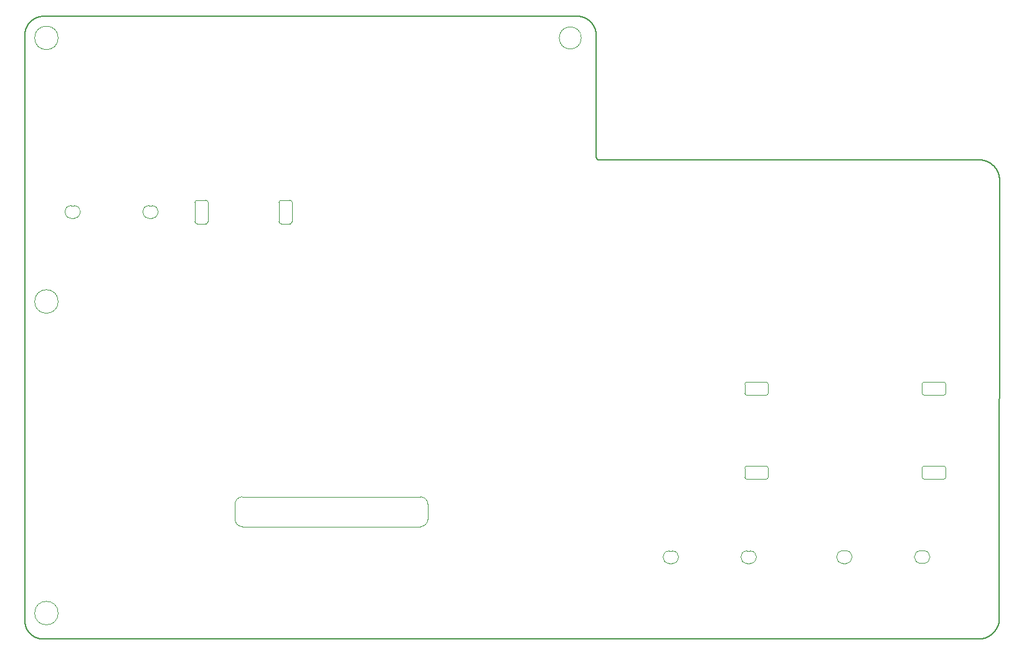
<source format=gbr>
%TF.GenerationSoftware,KiCad,Pcbnew,9.0.6*%
%TF.CreationDate,2025-11-16T15:37:37+10:00*%
%TF.ProjectId,ShieldXL-M,53686965-6c64-4584-9c2d-4d2e6b696361,rev?*%
%TF.SameCoordinates,Original*%
%TF.FileFunction,Profile,NP*%
%FSLAX46Y46*%
G04 Gerber Fmt 4.6, Leading zero omitted, Abs format (unit mm)*
G04 Created by KiCad (PCBNEW 9.0.6) date 2025-11-16 15:37:37*
%MOMM*%
%LPD*%
G01*
G04 APERTURE LIST*
%TA.AperFunction,Profile*%
%ADD10C,0.050000*%
%TD*%
%ADD11C,0.127000*%
%TA.AperFunction,Profile*%
%ADD12C,0.127000*%
%TD*%
%TA.AperFunction,Profile*%
%ADD13C,0.010000*%
%TD*%
G04 APERTURE END LIST*
D10*
X133701212Y-124657802D02*
X109493236Y-124657802D01*
X108493236Y-123657802D02*
X108493236Y-121598655D01*
X84455181Y-94018620D02*
G75*
G02*
X81255181Y-94018620I-1600000J0D01*
G01*
X81255181Y-94018620D02*
G75*
G02*
X84455181Y-94018620I1600000J0D01*
G01*
D11*
X212411447Y-77439136D02*
X212411428Y-77424315D01*
X212411328Y-77409503D01*
X212411149Y-77394701D01*
X212410890Y-77379908D01*
X212410552Y-77365125D01*
X212410133Y-77350352D01*
X212409635Y-77335590D01*
X212409058Y-77320838D01*
X212408400Y-77306097D01*
X212407664Y-77291367D01*
X212406847Y-77276648D01*
X212405952Y-77261940D01*
X212404977Y-77247244D01*
X212403922Y-77232560D01*
X212402789Y-77217888D01*
X212401576Y-77203228D01*
X212400284Y-77188581D01*
X212398913Y-77173946D01*
X212397463Y-77159325D01*
X212395933Y-77144717D01*
X212394325Y-77130123D01*
X212392638Y-77115542D01*
X212390872Y-77100975D01*
X212389028Y-77086423D01*
X212387104Y-77071885D01*
X212385102Y-77057362D01*
X212383022Y-77042854D01*
X212380862Y-77028361D01*
X212378625Y-77013884D01*
X212376308Y-76999422D01*
X212373914Y-76984977D01*
X212371441Y-76970548D01*
X212368890Y-76956136D01*
X212366260Y-76941740D01*
X212363553Y-76927362D01*
X212360768Y-76913001D01*
X212357904Y-76898658D01*
X212354963Y-76884333D01*
X212351943Y-76870027D01*
X212348846Y-76855738D01*
X212345672Y-76841469D01*
X212342419Y-76827219D01*
X212339089Y-76812989D01*
X212335682Y-76798778D01*
X212332197Y-76784588D01*
X212328635Y-76770417D01*
X212324996Y-76756268D01*
X212321279Y-76742139D01*
X212317486Y-76728032D01*
X212313615Y-76713946D01*
X212309668Y-76699883D01*
X212305644Y-76685841D01*
X212301543Y-76671822D01*
X212297365Y-76657826D01*
X212293111Y-76643853D01*
X212288781Y-76629904D01*
X212284374Y-76615978D01*
X212279891Y-76602077D01*
X212275332Y-76588200D01*
X212270697Y-76574348D01*
X212265986Y-76560522D01*
X212261199Y-76546720D01*
X212256337Y-76532945D01*
X212251399Y-76519196D01*
X212246386Y-76505473D01*
X212241297Y-76491777D01*
X212236133Y-76478108D01*
X212230894Y-76464467D01*
X212225581Y-76450854D01*
X212220192Y-76437269D01*
X212214729Y-76423713D01*
X212209191Y-76410186D01*
X212203579Y-76396688D01*
X212197892Y-76383219D01*
X212192132Y-76369781D01*
X212186297Y-76356373D01*
X212180389Y-76342996D01*
X212174407Y-76329650D01*
X212168351Y-76316336D01*
X212162222Y-76303053D01*
X212156020Y-76289803D01*
X212149745Y-76276585D01*
X212143397Y-76263400D01*
X212136977Y-76250249D01*
X212130483Y-76237131D01*
X212123918Y-76224048D01*
X212117280Y-76210998D01*
X212110571Y-76197984D01*
X212103789Y-76185005D01*
X212096936Y-76172062D01*
X212090011Y-76159154D01*
X212083016Y-76146283D01*
X212075949Y-76133449D01*
X212068811Y-76120651D01*
X212061603Y-76107892D01*
X212054324Y-76095170D01*
X212046975Y-76082486D01*
X212039556Y-76069842D01*
X212032067Y-76057236D01*
X212024509Y-76044669D01*
X212016881Y-76032143D01*
X212009184Y-76019656D01*
X212001418Y-76007211D01*
X211993584Y-75994806D01*
X211985681Y-75982442D01*
X211977709Y-75970121D01*
X211969670Y-75957841D01*
X211961563Y-75945604D01*
X211953388Y-75933410D01*
X211945147Y-75921259D01*
X211936838Y-75909152D01*
X211928462Y-75897089D01*
X211920020Y-75885071D01*
X211911512Y-75873097D01*
X211902938Y-75861169D01*
X211894298Y-75849286D01*
X211885593Y-75837449D01*
X211876822Y-75825659D01*
X211867987Y-75813915D01*
X211859087Y-75802219D01*
X211850123Y-75790570D01*
X211841094Y-75778969D01*
X211832002Y-75767417D01*
X211822847Y-75755913D01*
X211813628Y-75744458D01*
X211804346Y-75733053D01*
X211795002Y-75721697D01*
X211785596Y-75710392D01*
X211776127Y-75699137D01*
X211766597Y-75687933D01*
X211757006Y-75676781D01*
X211747353Y-75665680D01*
X211737640Y-75654632D01*
X211727866Y-75643635D01*
X211718033Y-75632692D01*
X211708139Y-75621802D01*
X211698186Y-75610965D01*
X211688174Y-75600182D01*
X211678104Y-75589454D01*
X211667974Y-75578780D01*
X211657787Y-75568161D01*
X211647542Y-75557597D01*
X211637239Y-75547089D01*
X211626880Y-75536637D01*
X211626310Y-75536066D01*
D12*
X157586886Y-65988845D02*
X157579996Y-57712520D01*
X146159505Y-139947982D02*
X209893082Y-139947982D01*
X154368478Y-55187954D02*
X153591265Y-55190882D01*
D11*
X211626310Y-75536066D02*
X211621107Y-75530863D01*
X211615890Y-75525674D01*
X211610660Y-75520499D01*
X211605415Y-75515338D01*
X211600156Y-75510192D01*
X211594883Y-75505059D01*
X211589596Y-75499942D01*
X211584295Y-75494838D01*
X211578981Y-75489749D01*
X211573652Y-75484675D01*
X211568310Y-75479615D01*
X211562954Y-75474570D01*
X211557585Y-75469539D01*
X211552202Y-75464523D01*
X211546805Y-75459522D01*
X211541395Y-75454535D01*
X211535971Y-75449563D01*
X211530534Y-75444606D01*
X211525084Y-75439664D01*
X211519620Y-75434737D01*
X211514143Y-75429825D01*
X211508653Y-75424927D01*
X211503149Y-75420045D01*
X211497632Y-75415178D01*
X211492103Y-75410326D01*
X211486560Y-75405489D01*
X211481004Y-75400667D01*
X211475435Y-75395861D01*
X211469854Y-75391070D01*
X211464259Y-75386294D01*
X211458651Y-75381533D01*
X211453031Y-75376788D01*
X211447398Y-75372058D01*
X211441752Y-75367344D01*
X211436094Y-75362645D01*
X211430423Y-75357962D01*
X211424740Y-75353294D01*
X211419044Y-75348642D01*
X211413336Y-75344006D01*
X211407615Y-75339385D01*
X211401882Y-75334780D01*
X211396136Y-75330190D01*
X211390378Y-75325617D01*
X211384608Y-75321059D01*
X211378826Y-75316518D01*
X211373032Y-75311992D01*
X211367226Y-75307482D01*
X211361407Y-75302988D01*
X211355577Y-75298511D01*
X211349734Y-75294049D01*
X211343881Y-75289603D01*
X211338014Y-75285173D01*
X211332137Y-75280760D01*
X211326247Y-75276363D01*
X211320346Y-75271982D01*
X211314433Y-75267617D01*
X211308509Y-75263269D01*
X211302572Y-75258937D01*
X211296625Y-75254621D01*
X211290666Y-75250322D01*
X211284696Y-75246039D01*
X211278714Y-75241773D01*
X211272721Y-75237523D01*
X211266717Y-75233290D01*
X211260702Y-75229073D01*
X211254675Y-75224873D01*
X211248637Y-75220690D01*
X211242588Y-75216523D01*
X211236529Y-75212373D01*
X211230457Y-75208239D01*
X211224376Y-75204123D01*
X211218283Y-75200023D01*
X211212180Y-75195940D01*
X211206066Y-75191874D01*
X211199941Y-75187825D01*
X211193805Y-75183793D01*
X211187660Y-75179778D01*
X211181502Y-75175779D01*
X211175336Y-75171798D01*
X211169157Y-75167833D01*
X211162970Y-75163887D01*
X211156771Y-75159956D01*
X211150562Y-75156044D01*
X211144342Y-75152148D01*
X211138114Y-75148269D01*
X211131873Y-75144408D01*
X211125624Y-75140564D01*
X211119364Y-75136737D01*
X211113095Y-75132928D01*
X211106814Y-75129135D01*
X211100525Y-75125361D01*
X211094225Y-75121603D01*
X211087916Y-75117864D01*
X211081596Y-75114141D01*
X211075267Y-75110436D01*
X211068928Y-75106748D01*
X211062580Y-75103079D01*
X211056221Y-75099426D01*
X211049854Y-75095791D01*
X211043477Y-75092174D01*
X211037091Y-75088574D01*
X211030694Y-75084992D01*
X211024289Y-75081428D01*
X211017874Y-75077881D01*
X211011451Y-75074353D01*
X211005017Y-75070842D01*
X210998575Y-75067349D01*
X210992123Y-75063873D01*
X210985663Y-75060416D01*
X210979193Y-75056976D01*
X210972715Y-75053554D01*
X210966227Y-75050150D01*
X210959731Y-75046764D01*
X210953225Y-75043396D01*
X210946712Y-75040046D01*
X210940188Y-75036714D01*
X210933658Y-75033400D01*
X210927117Y-75030104D01*
X210920569Y-75026826D01*
X210914011Y-75023566D01*
X210907446Y-75020324D01*
X210900871Y-75017100D01*
X210894289Y-75013895D01*
X210887697Y-75010708D01*
X210881099Y-75007539D01*
X210874490Y-75004388D01*
X210867875Y-75001256D01*
X210861250Y-74998141D01*
X210854619Y-74995046D01*
X210847978Y-74991967D01*
X210841331Y-74988908D01*
X210834673Y-74985867D01*
X210828010Y-74982845D01*
X210821337Y-74979840D01*
X210814658Y-74976855D01*
X210807969Y-74973887D01*
X210801275Y-74970938D01*
X210794570Y-74968007D01*
X210787860Y-74965096D01*
X210781141Y-74962202D01*
X210774416Y-74959327D01*
X210767681Y-74956470D01*
X210760941Y-74953633D01*
X210754191Y-74950813D01*
X210747436Y-74948013D01*
X210740672Y-74945230D01*
X210733902Y-74942467D01*
X210727123Y-74939722D01*
X210720339Y-74936996D01*
X210713546Y-74934288D01*
X210706747Y-74931600D01*
X210699940Y-74928929D01*
X210693127Y-74926278D01*
X210686305Y-74923645D01*
X210679479Y-74921032D01*
X210672643Y-74918436D01*
X210665803Y-74915860D01*
X210658954Y-74913302D01*
X210652100Y-74910764D01*
X210645237Y-74908244D01*
X210638369Y-74905743D01*
X210631493Y-74903261D01*
X210624613Y-74900798D01*
X210617723Y-74898354D01*
X210610830Y-74895929D01*
X210603927Y-74893522D01*
X210597021Y-74891135D01*
X210590106Y-74888766D01*
X210583186Y-74886417D01*
X210576258Y-74884086D01*
X210569326Y-74881775D01*
X210562386Y-74879482D01*
X210555442Y-74877209D01*
X210548489Y-74874954D01*
X210541532Y-74872719D01*
X210534568Y-74870502D01*
X210527599Y-74868305D01*
X210520622Y-74866127D01*
X210513641Y-74863968D01*
X210506653Y-74861828D01*
X210499660Y-74859708D01*
X210492660Y-74857606D01*
X210485656Y-74855524D01*
X210478644Y-74853460D01*
X210471629Y-74851416D01*
X210464606Y-74849391D01*
X210457579Y-74847386D01*
X210450545Y-74845399D01*
X210443507Y-74843432D01*
X210436461Y-74841484D01*
X210429413Y-74839555D01*
X210422356Y-74837646D01*
X210415297Y-74835756D01*
X210408230Y-74833885D01*
X210401160Y-74832033D01*
X210394082Y-74830201D01*
X210387002Y-74828388D01*
X210379913Y-74826594D01*
X210372823Y-74824820D01*
X210365724Y-74823065D01*
X210358623Y-74821330D01*
X210351515Y-74819613D01*
X210344404Y-74817917D01*
X210337285Y-74816239D01*
X210330164Y-74814581D01*
X210323036Y-74812943D01*
X210315906Y-74811324D01*
X210308768Y-74809724D01*
X210301627Y-74808144D01*
X210294480Y-74806583D01*
X210287330Y-74805041D01*
X210280174Y-74803519D01*
X210273015Y-74802017D01*
X210265849Y-74800534D01*
X210258681Y-74799071D01*
X210251506Y-74797626D01*
X210244329Y-74796202D01*
X210237145Y-74794797D01*
X210229959Y-74793412D01*
X210222766Y-74792046D01*
X210215572Y-74790700D01*
X210208370Y-74789373D01*
X210201167Y-74788066D01*
X210193957Y-74786778D01*
X210186745Y-74785510D01*
X210179527Y-74784262D01*
X210172307Y-74783033D01*
X210165081Y-74781823D01*
X210157853Y-74780634D01*
X210150618Y-74779464D01*
X210143382Y-74778314D01*
X210136140Y-74777183D01*
X210128896Y-74776072D01*
X210121645Y-74774980D01*
X210114393Y-74773909D01*
X210107135Y-74772856D01*
X210099876Y-74771824D01*
X210092610Y-74770811D01*
X210085344Y-74769818D01*
X210078071Y-74768845D01*
X210070796Y-74767891D01*
X210063516Y-74766957D01*
X210056234Y-74766043D01*
X210048947Y-74765148D01*
X210041658Y-74764274D01*
X210034364Y-74763418D01*
X210027068Y-74762583D01*
X210019767Y-74761768D01*
X210012464Y-74760972D01*
X210005156Y-74760196D01*
X209997847Y-74759440D01*
X209990532Y-74758703D01*
X209983216Y-74757986D01*
X209975895Y-74757289D01*
X209968572Y-74756612D01*
X209961244Y-74755955D01*
X209953916Y-74755318D01*
X209946582Y-74754700D01*
X209939247Y-74754102D01*
X209931906Y-74753524D01*
X209924565Y-74752966D01*
X209917219Y-74752427D01*
X209909872Y-74751909D01*
X209902519Y-74751410D01*
X209895166Y-74750932D01*
X209887808Y-74750473D01*
X209880449Y-74750034D01*
X209873085Y-74749614D01*
X209865721Y-74749215D01*
X209858351Y-74748836D01*
X209850981Y-74748476D01*
X209843606Y-74748137D01*
X209836230Y-74747817D01*
X209828850Y-74747517D01*
X209821469Y-74747238D01*
X209814083Y-74746978D01*
X209806697Y-74746738D01*
X209799306Y-74746518D01*
X209791915Y-74746318D01*
X209784519Y-74746138D01*
X209777123Y-74745977D01*
X209769722Y-74745837D01*
X209762320Y-74745717D01*
X209754915Y-74745617D01*
X209747509Y-74745537D01*
X209740098Y-74745476D01*
X209725306Y-74745416D01*
D10*
X133701212Y-120598655D02*
G75*
G02*
X134701145Y-121598655I-12J-999945D01*
G01*
D11*
X157579996Y-57712520D02*
X157579945Y-57698233D01*
X157579815Y-57683955D01*
X157579604Y-57669686D01*
X157579314Y-57655428D01*
X157578944Y-57641180D01*
X157578495Y-57626942D01*
X157577966Y-57612715D01*
X157577357Y-57598498D01*
X157576668Y-57584293D01*
X157575901Y-57570099D01*
X157575054Y-57555916D01*
X157574127Y-57541745D01*
X157573121Y-57527586D01*
X157572036Y-57513439D01*
X157570872Y-57499304D01*
X157569628Y-57485182D01*
X157568305Y-57471073D01*
X157566904Y-57456978D01*
X157565423Y-57442895D01*
X157563863Y-57428827D01*
X157562225Y-57414772D01*
X157560508Y-57400731D01*
X157558712Y-57386705D01*
X157556837Y-57372693D01*
X157554883Y-57358697D01*
X157552851Y-57344715D01*
X157550741Y-57330749D01*
X157548552Y-57316799D01*
X157546285Y-57302865D01*
X157543939Y-57288947D01*
X157541515Y-57275046D01*
X157539013Y-57261161D01*
X157536432Y-57247294D01*
X157533774Y-57233444D01*
X157531038Y-57219612D01*
X157528223Y-57205798D01*
X157525331Y-57192002D01*
X157522361Y-57178225D01*
X157519314Y-57164467D01*
X157516188Y-57150728D01*
X157512986Y-57137008D01*
X157509705Y-57123308D01*
X157506348Y-57109628D01*
X157502913Y-57095969D01*
X157499401Y-57082331D01*
X157495811Y-57068713D01*
X157492145Y-57055117D01*
X157488402Y-57041543D01*
X157484582Y-57027990D01*
X157480685Y-57014460D01*
X157476711Y-57000953D01*
X157472661Y-56987469D01*
X157468534Y-56974007D01*
X157464331Y-56960570D01*
X157460052Y-56947157D01*
X157455697Y-56933768D01*
X157451265Y-56920403D01*
X157446758Y-56907064D01*
X157442175Y-56893750D01*
X157437516Y-56880462D01*
X157432781Y-56867199D01*
X157427971Y-56853964D01*
X157423086Y-56840755D01*
X157418126Y-56827573D01*
X157413090Y-56814418D01*
X157407980Y-56801292D01*
X157402794Y-56788194D01*
X157397534Y-56775124D01*
X157392200Y-56762083D01*
X157386791Y-56749071D01*
X157381307Y-56736090D01*
X157375750Y-56723138D01*
X157370119Y-56710216D01*
X157364414Y-56697326D01*
X157358635Y-56684466D01*
X157352783Y-56671638D01*
X157346857Y-56658842D01*
X157340858Y-56646079D01*
X157334787Y-56633348D01*
X157328642Y-56620650D01*
X157322425Y-56607985D01*
X157316135Y-56595355D01*
X157309773Y-56582758D01*
X157303339Y-56570197D01*
X157296833Y-56557670D01*
X157290256Y-56545178D01*
X157283607Y-56532723D01*
X157276886Y-56520303D01*
X157270094Y-56507921D01*
X157263232Y-56495575D01*
X157256298Y-56483266D01*
X157249295Y-56470996D01*
X157242220Y-56458763D01*
X157235076Y-56446569D01*
X157227862Y-56434414D01*
X157220578Y-56422298D01*
X157213225Y-56410222D01*
X157205803Y-56398186D01*
X157198312Y-56386191D01*
X157190752Y-56374237D01*
X157183123Y-56362324D01*
X157175427Y-56350453D01*
X157167662Y-56338624D01*
X157159830Y-56326837D01*
X157151930Y-56315094D01*
X157143963Y-56303394D01*
X157135929Y-56291737D01*
X157127828Y-56280125D01*
X157119661Y-56268557D01*
X157111427Y-56257035D01*
X157103128Y-56245557D01*
X157094763Y-56234126D01*
X157086333Y-56222740D01*
X157077838Y-56211402D01*
X157069278Y-56200110D01*
X157060654Y-56188865D01*
X157051965Y-56177668D01*
X157043213Y-56166520D01*
X157034396Y-56155420D01*
X157025517Y-56144369D01*
X157016575Y-56133367D01*
X157007570Y-56122415D01*
X156998502Y-56111513D01*
X156989373Y-56100661D01*
X156980182Y-56089861D01*
X156970930Y-56079111D01*
X156961616Y-56068414D01*
X156952242Y-56057768D01*
X156942807Y-56047175D01*
X156933312Y-56036634D01*
X156923757Y-56026147D01*
X156914143Y-56015714D01*
X156904470Y-56005334D01*
X156894739Y-55995009D01*
X156884948Y-55984738D01*
X156875100Y-55974522D01*
X156865194Y-55964362D01*
X156855231Y-55954258D01*
X156847741Y-55946736D01*
D10*
X155564376Y-58143738D02*
G75*
G02*
X152564376Y-58143738I-1500000J0D01*
G01*
X152564376Y-58143738D02*
G75*
G02*
X155564376Y-58143738I1500000J0D01*
G01*
D12*
X82425755Y-139947982D02*
X146159505Y-139947982D01*
X155074034Y-55193466D02*
X154368478Y-55187954D01*
D10*
X84455181Y-58137300D02*
G75*
G02*
X81255181Y-58137300I-1600000J0D01*
G01*
X81255181Y-58137300D02*
G75*
G02*
X84455181Y-58137300I1600000J0D01*
G01*
D12*
X153591265Y-55190882D02*
X82427650Y-55202768D01*
D11*
X157593777Y-74265170D02*
X157593817Y-74271603D01*
X157593937Y-74278026D01*
X157594136Y-74284439D01*
X157594415Y-74290842D01*
X157594773Y-74297233D01*
X157595211Y-74303613D01*
X157595728Y-74309980D01*
X157596323Y-74316335D01*
X157596998Y-74322676D01*
X157597752Y-74329004D01*
X157598584Y-74335317D01*
X157599495Y-74341615D01*
X157600484Y-74347898D01*
X157601552Y-74354164D01*
X157602698Y-74360414D01*
X157603922Y-74366646D01*
X157605223Y-74372860D01*
X157606602Y-74379055D01*
X157608059Y-74385230D01*
X157609593Y-74391386D01*
X157611204Y-74397520D01*
X157612892Y-74403633D01*
X157614657Y-74409724D01*
X157616498Y-74415792D01*
X157618416Y-74421836D01*
X157620409Y-74427855D01*
X157622479Y-74433849D01*
X157624624Y-74439817D01*
X157626844Y-74445759D01*
X157629139Y-74451672D01*
X157631509Y-74457558D01*
X157633953Y-74463414D01*
X157636471Y-74469239D01*
X157639063Y-74475034D01*
X157641728Y-74480798D01*
X157644466Y-74486528D01*
X157647277Y-74492225D01*
X157650160Y-74497888D01*
X157653114Y-74503516D01*
X157656141Y-74509108D01*
X157659238Y-74514662D01*
X157662405Y-74520179D01*
X157665642Y-74525658D01*
X157668949Y-74531096D01*
X157672325Y-74536495D01*
X157675769Y-74541851D01*
X157679281Y-74547166D01*
X157682861Y-74552438D01*
X157686507Y-74557665D01*
X157690220Y-74562848D01*
X157693998Y-74567985D01*
X157697841Y-74573075D01*
X157701748Y-74578118D01*
X157705719Y-74583112D01*
X157709752Y-74588057D01*
X157713849Y-74592951D01*
X157718006Y-74597795D01*
X157722225Y-74602587D01*
X157726503Y-74607326D01*
X157730842Y-74612012D01*
X157735238Y-74616643D01*
X157739693Y-74621219D01*
X157742605Y-74624149D01*
X211551896Y-139106862D02*
X211557367Y-139101377D01*
X211562824Y-139095877D01*
X211568267Y-139090364D01*
X211573695Y-139084836D01*
X211579109Y-139079295D01*
X211584509Y-139073740D01*
X211589895Y-139068170D01*
X211595266Y-139062587D01*
X211600623Y-139056990D01*
X211605965Y-139051379D01*
X211611292Y-139045755D01*
X211616605Y-139040116D01*
X211621904Y-139034464D01*
X211627188Y-139028799D01*
X211632457Y-139023120D01*
X211637711Y-139017427D01*
X211642951Y-139011721D01*
X211648176Y-139006001D01*
X211653386Y-139000268D01*
X211658581Y-138994521D01*
X211663761Y-138988761D01*
X211668927Y-138982988D01*
X211674077Y-138977202D01*
X211679213Y-138971402D01*
X211684333Y-138965590D01*
X211689438Y-138959764D01*
X211694528Y-138953925D01*
X211699603Y-138948072D01*
X211704663Y-138942208D01*
X211709707Y-138936329D01*
X211714736Y-138930439D01*
X211719751Y-138924535D01*
X211724749Y-138918618D01*
X211729732Y-138912689D01*
X211734700Y-138906747D01*
X211739652Y-138900791D01*
X211744589Y-138894824D01*
X211749511Y-138888844D01*
X211754416Y-138882851D01*
X211759307Y-138876846D01*
X211764181Y-138870828D01*
X211769040Y-138864798D01*
X211773883Y-138858755D01*
X211778711Y-138852700D01*
X211783522Y-138846633D01*
X211788319Y-138840553D01*
X211793099Y-138834461D01*
X211797863Y-138828357D01*
X211802611Y-138822241D01*
X211807344Y-138816112D01*
X211812060Y-138809972D01*
X211816761Y-138803820D01*
X211821445Y-138797656D01*
X211826114Y-138791479D01*
X211830766Y-138785291D01*
X211835402Y-138779091D01*
X211840022Y-138772879D01*
X211844626Y-138766656D01*
X211849214Y-138760421D01*
X211853785Y-138754173D01*
X211858340Y-138747915D01*
X211862879Y-138741645D01*
X211867401Y-138735363D01*
X211871908Y-138729070D01*
X211876397Y-138722766D01*
X211880870Y-138716449D01*
X211885327Y-138710122D01*
X211889767Y-138703783D01*
X211894191Y-138697434D01*
X211898598Y-138691072D01*
X211902989Y-138684700D01*
X211907363Y-138678316D01*
X211911720Y-138671922D01*
X211916061Y-138665516D01*
X211920384Y-138659100D01*
X211924692Y-138652671D01*
X211928982Y-138646233D01*
X211933256Y-138639784D01*
X211937512Y-138633324D01*
X211941753Y-138626852D01*
X211945975Y-138620371D01*
X211950182Y-138613878D01*
X211954371Y-138607375D01*
X211958543Y-138600861D01*
X211962698Y-138594337D01*
X211966837Y-138587802D01*
X211970958Y-138581257D01*
X211975062Y-138574701D01*
X211979149Y-138568135D01*
X211983219Y-138561558D01*
X211987272Y-138554972D01*
X211991308Y-138548375D01*
X211995326Y-138541768D01*
X211999327Y-138535150D01*
X212003311Y-138528523D01*
X212007277Y-138521885D01*
X212011226Y-138515238D01*
X212015159Y-138508580D01*
X212019073Y-138501913D01*
X212022970Y-138495235D01*
X212026850Y-138488548D01*
X212030713Y-138481850D01*
X212034557Y-138475144D01*
X212038385Y-138468427D01*
X212042194Y-138461701D01*
X212045987Y-138454964D01*
X212049762Y-138448220D01*
X212053519Y-138441464D01*
X212057258Y-138434700D01*
X212060981Y-138427925D01*
X212064685Y-138421142D01*
X212068372Y-138414349D01*
X212072040Y-138407547D01*
X212075692Y-138400735D01*
X212079325Y-138393915D01*
X212082941Y-138387085D01*
X212086539Y-138380246D01*
X212090119Y-138373397D01*
X212093681Y-138366541D01*
X212097226Y-138359674D01*
X212100752Y-138352799D01*
X212104261Y-138345914D01*
X212107751Y-138339022D01*
X212111224Y-138332119D01*
X212114679Y-138325209D01*
X212118116Y-138318289D01*
X212121534Y-138311361D01*
X212124936Y-138304424D01*
X212128318Y-138297479D01*
X212131683Y-138290524D01*
X212135029Y-138283562D01*
X212138358Y-138276590D01*
X212141668Y-138269611D01*
X212144961Y-138262622D01*
X212148234Y-138255626D01*
X212151490Y-138248620D01*
X212154728Y-138241608D01*
X212157947Y-138234586D01*
X212161148Y-138227557D01*
X212164331Y-138220518D01*
X212167496Y-138213473D01*
X212170642Y-138206418D01*
X212173770Y-138199357D01*
X212176880Y-138192286D01*
X212179971Y-138185209D01*
X212183044Y-138178122D01*
X212186098Y-138171029D01*
X212189135Y-138163927D01*
X212192152Y-138156818D01*
X212195152Y-138149700D01*
X212198132Y-138142576D01*
X212201095Y-138135442D01*
X212204038Y-138128303D01*
X212206964Y-138121154D01*
X212209870Y-138113999D01*
X212212759Y-138106836D01*
X212215628Y-138099666D01*
X212218480Y-138092487D01*
X212221312Y-138085303D01*
X212224126Y-138078110D01*
X212226921Y-138070911D01*
X212229698Y-138063703D01*
X212232455Y-138056489D01*
X212235195Y-138049267D01*
X212237915Y-138042039D01*
X212240617Y-138034802D01*
X212243300Y-138027560D01*
X212245965Y-138020310D01*
X212248610Y-138013054D01*
X212251237Y-138005789D01*
X212253845Y-137998519D01*
X212256435Y-137991241D01*
X212259005Y-137983957D01*
X212261557Y-137976665D01*
X212264089Y-137969368D01*
X212266604Y-137962062D01*
X212269098Y-137954752D01*
X212271575Y-137947433D01*
X212274032Y-137940109D01*
X212276471Y-137932777D01*
X212278890Y-137925441D01*
X212281291Y-137918095D01*
X212283672Y-137910746D01*
X212286035Y-137903388D01*
X212288378Y-137896026D01*
X212290703Y-137888655D01*
X212293009Y-137881280D01*
X212295296Y-137873897D01*
X212297563Y-137866509D01*
X212299812Y-137859114D01*
X212302041Y-137851714D01*
X212304252Y-137844306D01*
X212306443Y-137836894D01*
X212308616Y-137829474D01*
X212310769Y-137822051D01*
X212312903Y-137814619D01*
X212315018Y-137807183D01*
X212317114Y-137799739D01*
X212319191Y-137792292D01*
X212321248Y-137784836D01*
X212323287Y-137777377D01*
X212325306Y-137769911D01*
X212327306Y-137762440D01*
X212329287Y-137754962D01*
X212331248Y-137747480D01*
X212333191Y-137739991D01*
X212335114Y-137732498D01*
X212337018Y-137724997D01*
X212338902Y-137717494D01*
X212340768Y-137709982D01*
X212342614Y-137702467D01*
X212344441Y-137694945D01*
X212346248Y-137687420D01*
X212348037Y-137679887D01*
X212349806Y-137672351D01*
X212351555Y-137664807D01*
X212353285Y-137657261D01*
X212354997Y-137649707D01*
X212356688Y-137642150D01*
X212358360Y-137634586D01*
X212360013Y-137627019D01*
X212361647Y-137619445D01*
X212363260Y-137611868D01*
X212364855Y-137604284D01*
X212366430Y-137596697D01*
X212367986Y-137589103D01*
X212369522Y-137581507D01*
X212371040Y-137573903D01*
X212372537Y-137566297D01*
X212374015Y-137558683D01*
X212375473Y-137551068D01*
X212376913Y-137543445D01*
X212378332Y-137535820D01*
X212379732Y-137528188D01*
X212381113Y-137520554D01*
X212382474Y-137512912D01*
X212383815Y-137505269D01*
X212385138Y-137497619D01*
X212386440Y-137489966D01*
X212387723Y-137482307D01*
X212388986Y-137474646D01*
X212390230Y-137466978D01*
X212391454Y-137459308D01*
X212392659Y-137451631D01*
X212393188Y-137448221D01*
X79925822Y-137445120D02*
X79925855Y-137459413D01*
X79925968Y-137473698D01*
X79926160Y-137487972D01*
X79926433Y-137502237D01*
X79926785Y-137516492D01*
X79927216Y-137530737D01*
X79927728Y-137544972D01*
X79928319Y-137559196D01*
X79928990Y-137573409D01*
X79929740Y-137587611D01*
X79930569Y-137601802D01*
X79931478Y-137615981D01*
X79932466Y-137630149D01*
X79933534Y-137644305D01*
X79934681Y-137658448D01*
X79935907Y-137672579D01*
X79937212Y-137686697D01*
X79938596Y-137700803D01*
X79940059Y-137714895D01*
X79941601Y-137728973D01*
X79943222Y-137743038D01*
X79944922Y-137757089D01*
X79946701Y-137771126D01*
X79948558Y-137785148D01*
X79950494Y-137799155D01*
X79952509Y-137813148D01*
X79954602Y-137827125D01*
X79956774Y-137841086D01*
X79959024Y-137855032D01*
X79961353Y-137868961D01*
X79963760Y-137882874D01*
X79966245Y-137896770D01*
X79968808Y-137910649D01*
X79971449Y-137924511D01*
X79974169Y-137938356D01*
X79976966Y-137952182D01*
X79979841Y-137965990D01*
X79982794Y-137979780D01*
X79985825Y-137993551D01*
X79988933Y-138007303D01*
X79992119Y-138021036D01*
X79995383Y-138034748D01*
X79998723Y-138048441D01*
X80002142Y-138062114D01*
X80005637Y-138075766D01*
X80009210Y-138089397D01*
X80012859Y-138103006D01*
X80016586Y-138116594D01*
X80020389Y-138130161D01*
X80024270Y-138143705D01*
X80028227Y-138157226D01*
X80032260Y-138170724D01*
X80036370Y-138184199D01*
X80040557Y-138197651D01*
X80044820Y-138211079D01*
X80049159Y-138224482D01*
X80053574Y-138237861D01*
X80058064Y-138251214D01*
X80062631Y-138264543D01*
X80067274Y-138277846D01*
X80071992Y-138291122D01*
X80076785Y-138304373D01*
X80081654Y-138317596D01*
X80086599Y-138330793D01*
X80091618Y-138343962D01*
X80096712Y-138357104D01*
X80101881Y-138370217D01*
X80107125Y-138383301D01*
X80112443Y-138396357D01*
X80117836Y-138409384D01*
X80123303Y-138422380D01*
X80128844Y-138435347D01*
X80134459Y-138448283D01*
X80140148Y-138461189D01*
X80145910Y-138474063D01*
X80151746Y-138486906D01*
X80157656Y-138499717D01*
X80163638Y-138512496D01*
X80169694Y-138525242D01*
X80175822Y-138537955D01*
X80182023Y-138550634D01*
X80188296Y-138563280D01*
X80194642Y-138575891D01*
X80201060Y-138588468D01*
X80207549Y-138601010D01*
X80214111Y-138613516D01*
X80220744Y-138625986D01*
X80227448Y-138638421D01*
X80234223Y-138650818D01*
X80241069Y-138663179D01*
X80247986Y-138675502D01*
X80254974Y-138687788D01*
X80262031Y-138700035D01*
X80269159Y-138712244D01*
X80276357Y-138724413D01*
X80283624Y-138736544D01*
X80290961Y-138748634D01*
X80298366Y-138760684D01*
X80305841Y-138772694D01*
X80313384Y-138784663D01*
X80320996Y-138796590D01*
X80328676Y-138808475D01*
X80336424Y-138820319D01*
X80344239Y-138832119D01*
X80352122Y-138843877D01*
X80360073Y-138855591D01*
X80368090Y-138867261D01*
X80376173Y-138878887D01*
X80384324Y-138890469D01*
X80392540Y-138902005D01*
X80400822Y-138913496D01*
X80409170Y-138924941D01*
X80417582Y-138936340D01*
X80426060Y-138947693D01*
X80434603Y-138958998D01*
X80443210Y-138970256D01*
X80451881Y-138981465D01*
X80460616Y-138992627D01*
X80469414Y-139003740D01*
X80478276Y-139014804D01*
X80487200Y-139025819D01*
X80496188Y-139036784D01*
X80505237Y-139047699D01*
X80514348Y-139058563D01*
X80523521Y-139069376D01*
X80532756Y-139080137D01*
X80542051Y-139090847D01*
X80551407Y-139101505D01*
X80560823Y-139112111D01*
X80570300Y-139122663D01*
X80579836Y-139133162D01*
X80589431Y-139143608D01*
X80599085Y-139153999D01*
X80608798Y-139164336D01*
X80618570Y-139174618D01*
X80628399Y-139184846D01*
X80638286Y-139195017D01*
X80648230Y-139205133D01*
X80657388Y-139214349D01*
X157742605Y-74624149D02*
X157744868Y-74626402D01*
X157747145Y-74628641D01*
X157749435Y-74630865D01*
X157751740Y-74633074D01*
X157754058Y-74635269D01*
X157756389Y-74637449D01*
X157758734Y-74639614D01*
X157761092Y-74641765D01*
X157763463Y-74643900D01*
X157765847Y-74646020D01*
X157768244Y-74648125D01*
X157770655Y-74650214D01*
X157773078Y-74652288D01*
X157775514Y-74654347D01*
X157777962Y-74656390D01*
X157780423Y-74658418D01*
X157782896Y-74660429D01*
X157785382Y-74662426D01*
X157787879Y-74664405D01*
X157790389Y-74666370D01*
X157792910Y-74668318D01*
X157795444Y-74670250D01*
X157797989Y-74672166D01*
X157800547Y-74674066D01*
X157803115Y-74675949D01*
X157805696Y-74677816D01*
X157808287Y-74679666D01*
X157810890Y-74681500D01*
X157813504Y-74683317D01*
X157816129Y-74685118D01*
X157818765Y-74686901D01*
X157821412Y-74688669D01*
X157824069Y-74690419D01*
X157826738Y-74692152D01*
X157829417Y-74693868D01*
X157832107Y-74695567D01*
X157834806Y-74697249D01*
X157837516Y-74698914D01*
X157840236Y-74700561D01*
X157842967Y-74702192D01*
X157845706Y-74703804D01*
X157848457Y-74705400D01*
X157851216Y-74706978D01*
X157853986Y-74708538D01*
X157856764Y-74710081D01*
X157859553Y-74711606D01*
X157862350Y-74713113D01*
X157865157Y-74714603D01*
X157867973Y-74716075D01*
X157870799Y-74717529D01*
X157873632Y-74718965D01*
X157876476Y-74720383D01*
X157879327Y-74721783D01*
X157882188Y-74723165D01*
X157885056Y-74724529D01*
X157887934Y-74725875D01*
X157890819Y-74727202D01*
X157893714Y-74728512D01*
X157896615Y-74729803D01*
X157899526Y-74731076D01*
X157902443Y-74732330D01*
X157905370Y-74733566D01*
X157908303Y-74734783D01*
X157911246Y-74735983D01*
X157914194Y-74737163D01*
X157917152Y-74738325D01*
X157920115Y-74739468D01*
X157923087Y-74740593D01*
X157926065Y-74741699D01*
X157929052Y-74742787D01*
X157932044Y-74743855D01*
X157935045Y-74744905D01*
X157938051Y-74745936D01*
X157941065Y-74746949D01*
X157944085Y-74747942D01*
X157947113Y-74748916D01*
X157950145Y-74749872D01*
X157953186Y-74750808D01*
X157956231Y-74751726D01*
X157959285Y-74752624D01*
X157962343Y-74753504D01*
X157965409Y-74754364D01*
X157968479Y-74755205D01*
X157971557Y-74756028D01*
X157974639Y-74756830D01*
X157977729Y-74757614D01*
X157980822Y-74758379D01*
X157983923Y-74759124D01*
X157987028Y-74759850D01*
X157990140Y-74760557D01*
X157993255Y-74761245D01*
X157996378Y-74761913D01*
X157999504Y-74762561D01*
X158002638Y-74763191D01*
X158005774Y-74763801D01*
X158008918Y-74764392D01*
X158012064Y-74764963D01*
X158015217Y-74765514D01*
X158018373Y-74766046D01*
X158021536Y-74766559D01*
X158024702Y-74767052D01*
X158027874Y-74767526D01*
X158031049Y-74767980D01*
X158034230Y-74768414D01*
X158037414Y-74768829D01*
X158040604Y-74769224D01*
X158043796Y-74769600D01*
X158046995Y-74769956D01*
X158050196Y-74770292D01*
X158053403Y-74770608D01*
X158056611Y-74770905D01*
X158059826Y-74771182D01*
X158063043Y-74771439D01*
X158066265Y-74771676D01*
X158069490Y-74771894D01*
X158072720Y-74772091D01*
X158075951Y-74772269D01*
X158079189Y-74772427D01*
X158082428Y-74772565D01*
X158085672Y-74772683D01*
X158088918Y-74772782D01*
X158092169Y-74772860D01*
X158095422Y-74772918D01*
X158098679Y-74772957D01*
X158103306Y-74772977D01*
X156847741Y-55946736D02*
X156842609Y-55941622D01*
X156837462Y-55936521D01*
X156832300Y-55931434D01*
X156827123Y-55926360D01*
X156821931Y-55921299D01*
X156816724Y-55916252D01*
X156811503Y-55911218D01*
X156806266Y-55906198D01*
X156801015Y-55901191D01*
X156795749Y-55896198D01*
X156790469Y-55891220D01*
X156785174Y-55886254D01*
X156779865Y-55881303D01*
X156774542Y-55876366D01*
X156769204Y-55871443D01*
X156763852Y-55866533D01*
X156758487Y-55861639D01*
X156753106Y-55856758D01*
X156747713Y-55851892D01*
X156742304Y-55847039D01*
X156736883Y-55842202D01*
X156731447Y-55837379D01*
X156725998Y-55832571D01*
X156720535Y-55827777D01*
X156715059Y-55822998D01*
X156709569Y-55818234D01*
X156704066Y-55813485D01*
X156698549Y-55808750D01*
X156693019Y-55804031D01*
X156687475Y-55799326D01*
X156681920Y-55794637D01*
X156676350Y-55789963D01*
X156670768Y-55785304D01*
X156665172Y-55780660D01*
X156659564Y-55776032D01*
X156653943Y-55771419D01*
X156648310Y-55766822D01*
X156642663Y-55762239D01*
X156637005Y-55757673D01*
X156631333Y-55753122D01*
X156625650Y-55748587D01*
X156619953Y-55744067D01*
X156614245Y-55739564D01*
X156608524Y-55735076D01*
X156602792Y-55730605D01*
X156597047Y-55726148D01*
X156591291Y-55721709D01*
X156585521Y-55717285D01*
X156579741Y-55712878D01*
X156573948Y-55708486D01*
X156568145Y-55704111D01*
X156562329Y-55699752D01*
X156556502Y-55695410D01*
X156550663Y-55691083D01*
X156544814Y-55686774D01*
X156538952Y-55682480D01*
X156533080Y-55678204D01*
X156527195Y-55673944D01*
X156521301Y-55669701D01*
X156515394Y-55665474D01*
X156509478Y-55661264D01*
X156503549Y-55657071D01*
X156497612Y-55652895D01*
X156491661Y-55648735D01*
X156485702Y-55644593D01*
X156479730Y-55640467D01*
X156473750Y-55636360D01*
X156467757Y-55632268D01*
X156461756Y-55628194D01*
X156455743Y-55624137D01*
X156449721Y-55620098D01*
X156443687Y-55616075D01*
X156437645Y-55612070D01*
X156431591Y-55608082D01*
X156425529Y-55604112D01*
X156419455Y-55600159D01*
X156413374Y-55596224D01*
X156407280Y-55592305D01*
X156401179Y-55588406D01*
X156395066Y-55584522D01*
X156388946Y-55580658D01*
X156382815Y-55576810D01*
X156376676Y-55572981D01*
X156370525Y-55569168D01*
X156364368Y-55565375D01*
X156358199Y-55561598D01*
X156352023Y-55557841D01*
X156345836Y-55554100D01*
X156339642Y-55550378D01*
X156333437Y-55546673D01*
X156327226Y-55542987D01*
X156321003Y-55539318D01*
X156314774Y-55535669D01*
X156308534Y-55532036D01*
X156302288Y-55528423D01*
X156296031Y-55524827D01*
X156289769Y-55521250D01*
X156283495Y-55517690D01*
X156277215Y-55514150D01*
X156270925Y-55510627D01*
X156264629Y-55507124D01*
X156258323Y-55503638D01*
X156252011Y-55500171D01*
X156245689Y-55496722D01*
X156239361Y-55493293D01*
X156233023Y-55489880D01*
X156226680Y-55486488D01*
X156220327Y-55483113D01*
X156213968Y-55479758D01*
X156207600Y-55476420D01*
X156201227Y-55473102D01*
X156194843Y-55469802D01*
X156188455Y-55466522D01*
X156182057Y-55463259D01*
X156175655Y-55460016D01*
X156169242Y-55456791D01*
X156162826Y-55453586D01*
X156156399Y-55450398D01*
X156149969Y-55447231D01*
X156143529Y-55444082D01*
X156137085Y-55440952D01*
X156130631Y-55437841D01*
X156124173Y-55434749D01*
X156117706Y-55431676D01*
X156111236Y-55428622D01*
X156104755Y-55425587D01*
X156098272Y-55422572D01*
X156091779Y-55419574D01*
X156085283Y-55416598D01*
X156078777Y-55413638D01*
X156072269Y-55410700D01*
X156065751Y-55407779D01*
X156059231Y-55404879D01*
X156052701Y-55401997D01*
X156046168Y-55399136D01*
X156039626Y-55396292D01*
X156033082Y-55393469D01*
X156026529Y-55390664D01*
X156019974Y-55387880D01*
X156013409Y-55385114D01*
X156006842Y-55382368D01*
X156000267Y-55379641D01*
X155993689Y-55376934D01*
X155987103Y-55374245D01*
X155980514Y-55371577D01*
X155973917Y-55368928D01*
X155967318Y-55366299D01*
X155960711Y-55363688D01*
X155954102Y-55361098D01*
X155947484Y-55358526D01*
X155940865Y-55355976D01*
X155934238Y-55353443D01*
X155927609Y-55350931D01*
X155920972Y-55348438D01*
X155914333Y-55345965D01*
X155907687Y-55343511D01*
X155901039Y-55341078D01*
X155894383Y-55338663D01*
X155887726Y-55336269D01*
X155881061Y-55333893D01*
X155874396Y-55331538D01*
X155867722Y-55329202D01*
X155861048Y-55326887D01*
X155854365Y-55324590D01*
X155847682Y-55322314D01*
X155840991Y-55320057D01*
X155834300Y-55317820D01*
X155827601Y-55315602D01*
X155820902Y-55313405D01*
X155814195Y-55311227D01*
X155807488Y-55309070D01*
X155800774Y-55306931D01*
X155794059Y-55304813D01*
X155787337Y-55302714D01*
X155780615Y-55300636D01*
X155773885Y-55298576D01*
X155767156Y-55296538D01*
X155760419Y-55294518D01*
X155753683Y-55292519D01*
X155746939Y-55290539D01*
X155740196Y-55288580D01*
X155733445Y-55286640D01*
X155726695Y-55284720D01*
X155719938Y-55282820D01*
X155713182Y-55280940D01*
X155706418Y-55279079D01*
X155699656Y-55277240D01*
X155692886Y-55275419D01*
X155686117Y-55273619D01*
X155679342Y-55271837D01*
X155672567Y-55270077D01*
X155665785Y-55268336D01*
X155659005Y-55266616D01*
X155652218Y-55264914D01*
X155645432Y-55263234D01*
X155638639Y-55261573D01*
X155631848Y-55259932D01*
X155625050Y-55258311D01*
X155618253Y-55256710D01*
X155611450Y-55255128D01*
X155604648Y-55253568D01*
X155597840Y-55252026D01*
X155591033Y-55250505D01*
X155584220Y-55249004D01*
X155577409Y-55247523D01*
X155570592Y-55246061D01*
X155563776Y-55244621D01*
X155556954Y-55243199D01*
X155550133Y-55241798D01*
X155543307Y-55240417D01*
X155536483Y-55239056D01*
X155529652Y-55237714D01*
X155522823Y-55236393D01*
X155515989Y-55235092D01*
X155509156Y-55233811D01*
X155502318Y-55232549D01*
X155495482Y-55231308D01*
X155488640Y-55230087D01*
X155481800Y-55228886D01*
X155474954Y-55227705D01*
X155468111Y-55226544D01*
X155461262Y-55225403D01*
X155454415Y-55224282D01*
X155447563Y-55223180D01*
X155440713Y-55222100D01*
X155433857Y-55221039D01*
X155427004Y-55219998D01*
X155420146Y-55218977D01*
X155413290Y-55217976D01*
X155406429Y-55216995D01*
X155399570Y-55216034D01*
X155392706Y-55215093D01*
X155385845Y-55214173D01*
X155378978Y-55213272D01*
X155372114Y-55212391D01*
X155365245Y-55211530D01*
X155358379Y-55210690D01*
X155351508Y-55209869D01*
X155344639Y-55209069D01*
X155337766Y-55208288D01*
X155330895Y-55207528D01*
X155324020Y-55206787D01*
X155317147Y-55206067D01*
X155310269Y-55205366D01*
X155303395Y-55204686D01*
X155296516Y-55204025D01*
X155289639Y-55203385D01*
X155282758Y-55202765D01*
X155275880Y-55202165D01*
X155268998Y-55201584D01*
X155262118Y-55201024D01*
X155255234Y-55200484D01*
X155248353Y-55199964D01*
X155241468Y-55199463D01*
X155234586Y-55198983D01*
X155227699Y-55198523D01*
X155220816Y-55198083D01*
X155213928Y-55197663D01*
X155207043Y-55197263D01*
X155200154Y-55196883D01*
X155193269Y-55196523D01*
X155186379Y-55196183D01*
X155179493Y-55195864D01*
X155172602Y-55195564D01*
X155165715Y-55195284D01*
X155158823Y-55195024D01*
X155151936Y-55194784D01*
X155145044Y-55194564D01*
X155138155Y-55194365D01*
X155131263Y-55194185D01*
X155124374Y-55194025D01*
X155117481Y-55193886D01*
X155110591Y-55193766D01*
X155103698Y-55193666D01*
X155096808Y-55193587D01*
X155089915Y-55193527D01*
X155083025Y-55193488D01*
X155076131Y-55193468D01*
X155074034Y-55193466D01*
D10*
X108493236Y-121598655D02*
G75*
G02*
X109493236Y-120598736I999864J55D01*
G01*
X134701212Y-123657802D02*
G75*
G02*
X133701212Y-124657812I-1000012J2D01*
G01*
D12*
X212393188Y-137448221D02*
X212411447Y-77439136D01*
D11*
X209893082Y-139947982D02*
X209908430Y-139945571D01*
X209923762Y-139943081D01*
X209939075Y-139940514D01*
X209954371Y-139937868D01*
X209969648Y-139935145D01*
X209984908Y-139932343D01*
X210000148Y-139929464D01*
X210015370Y-139926507D01*
X210030573Y-139923472D01*
X210045756Y-139920359D01*
X210060919Y-139917169D01*
X210076063Y-139913901D01*
X210091186Y-139910556D01*
X210106289Y-139907134D01*
X210121371Y-139903634D01*
X210136432Y-139900058D01*
X210151472Y-139896404D01*
X210166490Y-139892673D01*
X210181486Y-139888865D01*
X210196460Y-139884980D01*
X210211412Y-139881019D01*
X210226340Y-139876980D01*
X210241246Y-139872866D01*
X210256129Y-139868674D01*
X210270988Y-139864407D01*
X210285823Y-139860062D01*
X210300633Y-139855642D01*
X210315420Y-139851146D01*
X210330181Y-139846573D01*
X210344917Y-139841925D01*
X210359628Y-139837201D01*
X210374314Y-139832401D01*
X210388973Y-139827526D01*
X210403606Y-139822575D01*
X210418212Y-139817548D01*
X210432791Y-139812447D01*
X210447343Y-139807270D01*
X210461868Y-139802018D01*
X210476364Y-139796691D01*
X210490833Y-139791290D01*
X210505273Y-139785813D01*
X210519684Y-139780262D01*
X210534065Y-139774637D01*
X210548418Y-139768937D01*
X210562740Y-139763163D01*
X210577032Y-139757315D01*
X210591294Y-139751394D01*
X210605525Y-139745398D01*
X210619725Y-139739329D01*
X210633894Y-139733186D01*
X210648030Y-139726970D01*
X210662135Y-139720680D01*
X210676207Y-139714318D01*
X210690246Y-139707883D01*
X210704252Y-139701374D01*
X210718225Y-139694794D01*
X210732164Y-139688140D01*
X210746068Y-139681415D01*
X210759938Y-139674617D01*
X210773773Y-139667748D01*
X210787573Y-139660806D01*
X210801338Y-139653793D01*
X210815067Y-139646709D01*
X210828759Y-139639553D01*
X210842415Y-139632326D01*
X210856034Y-139625028D01*
X210869615Y-139617659D01*
X210883159Y-139610220D01*
X210896665Y-139602711D01*
X210910133Y-139595131D01*
X210923562Y-139587481D01*
X210936952Y-139579761D01*
X210950302Y-139571972D01*
X210963613Y-139564114D01*
X210976884Y-139556186D01*
X210990115Y-139548189D01*
X211003304Y-139540123D01*
X211016453Y-139531989D01*
X211029560Y-139523786D01*
X211042625Y-139515516D01*
X211055648Y-139507177D01*
X211068628Y-139498771D01*
X211081565Y-139490297D01*
X211094459Y-139481756D01*
X211107310Y-139473147D01*
X211120117Y-139464472D01*
X211132879Y-139455731D01*
X211145597Y-139446923D01*
X211158269Y-139438049D01*
X211170896Y-139429109D01*
X211183478Y-139420103D01*
X211196013Y-139411032D01*
X211208502Y-139401896D01*
X211220944Y-139392695D01*
X211233339Y-139383430D01*
X211245687Y-139374100D01*
X211257986Y-139364706D01*
X211270238Y-139355248D01*
X211282441Y-139345726D01*
X211294595Y-139336142D01*
X211306700Y-139326494D01*
X211318755Y-139316783D01*
X211330761Y-139307010D01*
X211342716Y-139297175D01*
X211354620Y-139287278D01*
X211366474Y-139277319D01*
X211378276Y-139267298D01*
X211390027Y-139257217D01*
X211401726Y-139247075D01*
X211413372Y-139236872D01*
X211424966Y-139226609D01*
X211436507Y-139216286D01*
X211447994Y-139205903D01*
X211459428Y-139195461D01*
X211470808Y-139184960D01*
X211482133Y-139174400D01*
X211493404Y-139163782D01*
X211504620Y-139153106D01*
X211515781Y-139142372D01*
X211526886Y-139131580D01*
X211537936Y-139120731D01*
X211548929Y-139109825D01*
X211551896Y-139106862D01*
D10*
X109493236Y-124657802D02*
G75*
G02*
X108493298Y-123657802I64J1000002D01*
G01*
X134701212Y-121598655D02*
X134701212Y-123657802D01*
D12*
X209725306Y-74745416D02*
X158103306Y-74772977D01*
X79927200Y-57705457D02*
X79926511Y-97575375D01*
X79926511Y-97575375D02*
X79925822Y-137445120D01*
D11*
X80661349Y-55930716D02*
X80656336Y-55935726D01*
X80651336Y-55940751D01*
X80646352Y-55945789D01*
X80641382Y-55950841D01*
X80636427Y-55955906D01*
X80631485Y-55960985D01*
X80626559Y-55966078D01*
X80621648Y-55971185D01*
X80616751Y-55976305D01*
X80611869Y-55981438D01*
X80607002Y-55986585D01*
X80602149Y-55991745D01*
X80597312Y-55996919D01*
X80592489Y-56002106D01*
X80587682Y-56007306D01*
X80582889Y-56012520D01*
X80578112Y-56017747D01*
X80573349Y-56022987D01*
X80568602Y-56028240D01*
X80563869Y-56033506D01*
X80559153Y-56038785D01*
X80554451Y-56044077D01*
X80549764Y-56049382D01*
X80545093Y-56054700D01*
X80540437Y-56060030D01*
X80535797Y-56065374D01*
X80531172Y-56070730D01*
X80526562Y-56076100D01*
X80521968Y-56081481D01*
X80517389Y-56086875D01*
X80512826Y-56092282D01*
X80508279Y-56097702D01*
X80503747Y-56103133D01*
X80499231Y-56108578D01*
X80494731Y-56114034D01*
X80490246Y-56119504D01*
X80485777Y-56124985D01*
X80481324Y-56130479D01*
X80476887Y-56135984D01*
X80472465Y-56141503D01*
X80468060Y-56147033D01*
X80463670Y-56152575D01*
X80459297Y-56158129D01*
X80454939Y-56163696D01*
X80450598Y-56169274D01*
X80446272Y-56174864D01*
X80441963Y-56180466D01*
X80437670Y-56186080D01*
X80433393Y-56191705D01*
X80429132Y-56197343D01*
X80424888Y-56202992D01*
X80420660Y-56208653D01*
X80416448Y-56214325D01*
X80412252Y-56220009D01*
X80408074Y-56225704D01*
X80403910Y-56231411D01*
X80399765Y-56237128D01*
X80395634Y-56242859D01*
X80391521Y-56248599D01*
X80387424Y-56254351D01*
X80383344Y-56260114D01*
X80379280Y-56265889D01*
X80375234Y-56271675D01*
X80371203Y-56277472D01*
X80367190Y-56283279D01*
X80363193Y-56289098D01*
X80359213Y-56294928D01*
X80355249Y-56300769D01*
X80351303Y-56306620D01*
X80347372Y-56312483D01*
X80343460Y-56318355D01*
X80339564Y-56324240D01*
X80335685Y-56330134D01*
X80331822Y-56336040D01*
X80327977Y-56341955D01*
X80324149Y-56347882D01*
X80320338Y-56353818D01*
X80316544Y-56359766D01*
X80312767Y-56365723D01*
X80309007Y-56371692D01*
X80305264Y-56377670D01*
X80301538Y-56383659D01*
X80297830Y-56389658D01*
X80294139Y-56395668D01*
X80290465Y-56401686D01*
X80286808Y-56407716D01*
X80283169Y-56413755D01*
X80279547Y-56419806D01*
X80275942Y-56425864D01*
X80272355Y-56431935D01*
X80268785Y-56438013D01*
X80265232Y-56444103D01*
X80261697Y-56450201D01*
X80258179Y-56456311D01*
X80254680Y-56462428D01*
X80251197Y-56468557D01*
X80247732Y-56474694D01*
X80244284Y-56480842D01*
X80240855Y-56486998D01*
X80237442Y-56493165D01*
X80234048Y-56499341D01*
X80230671Y-56505526D01*
X80227312Y-56511720D01*
X80223970Y-56517925D01*
X80220647Y-56524137D01*
X80217340Y-56530360D01*
X80214052Y-56536591D01*
X80210781Y-56542832D01*
X80207529Y-56549081D01*
X80204294Y-56555341D01*
X80201077Y-56561608D01*
X80197878Y-56567886D01*
X80194697Y-56574171D01*
X80191534Y-56580466D01*
X80188389Y-56586769D01*
X80185261Y-56593082D01*
X80182152Y-56599402D01*
X80179061Y-56605732D01*
X80175988Y-56612070D01*
X80172932Y-56618418D01*
X80169896Y-56624773D01*
X80166876Y-56631138D01*
X80163876Y-56637509D01*
X80160893Y-56643891D01*
X80157928Y-56650280D01*
X80154981Y-56656679D01*
X80152054Y-56663084D01*
X80149143Y-56669499D01*
X80146252Y-56675921D01*
X80143378Y-56682353D01*
X80140523Y-56688791D01*
X80137686Y-56695240D01*
X80134867Y-56701694D01*
X80132067Y-56708158D01*
X80129285Y-56714629D01*
X80126521Y-56721109D01*
X80123776Y-56727596D01*
X80121049Y-56734092D01*
X80118341Y-56740594D01*
X80115650Y-56747106D01*
X80112979Y-56753623D01*
X80110325Y-56760151D01*
X80107691Y-56766684D01*
X80105075Y-56773226D01*
X80102477Y-56779774D01*
X80099898Y-56786332D01*
X80097338Y-56792896D01*
X80094795Y-56799468D01*
X80092272Y-56806047D01*
X80089767Y-56812634D01*
X80087281Y-56819227D01*
X80084813Y-56825830D01*
X80082365Y-56832437D01*
X80079934Y-56839054D01*
X80077523Y-56845676D01*
X80075129Y-56852308D01*
X80072755Y-56858944D01*
X80070399Y-56865590D01*
X80068063Y-56872240D01*
X80065745Y-56878900D01*
X80063446Y-56885564D01*
X80061165Y-56892238D01*
X80058903Y-56898916D01*
X80056660Y-56905603D01*
X80054436Y-56912296D01*
X80052231Y-56918996D01*
X80050045Y-56925702D01*
X80047877Y-56932416D01*
X80045728Y-56939136D01*
X80043598Y-56945863D01*
X80041487Y-56952596D01*
X80039395Y-56959336D01*
X80037322Y-56966082D01*
X80035268Y-56972836D01*
X80033233Y-56979594D01*
X80031216Y-56986361D01*
X80029220Y-56993132D01*
X80027241Y-56999912D01*
X80025282Y-57006696D01*
X80023341Y-57013488D01*
X80021421Y-57020284D01*
X80019518Y-57027089D01*
X80017635Y-57033898D01*
X80015771Y-57040715D01*
X80013926Y-57047536D01*
X80012100Y-57054365D01*
X80010294Y-57061198D01*
X80008506Y-57068039D01*
X80006737Y-57074884D01*
X80004988Y-57081737D01*
X80003258Y-57088594D01*
X80001546Y-57095459D01*
X79999855Y-57102328D01*
X79998182Y-57109204D01*
X79996528Y-57116085D01*
X79994894Y-57122973D01*
X79993279Y-57129864D01*
X79991683Y-57136764D01*
X79990106Y-57143667D01*
X79988549Y-57150577D01*
X79987011Y-57157491D01*
X79985492Y-57164413D01*
X79983992Y-57171338D01*
X79982512Y-57178271D01*
X79981051Y-57185207D01*
X79979609Y-57192151D01*
X79978187Y-57199098D01*
X79976784Y-57206052D01*
X79975400Y-57213009D01*
X79974036Y-57219974D01*
X79972691Y-57226942D01*
X79971365Y-57233918D01*
X79970059Y-57240896D01*
X79968772Y-57247882D01*
X79967505Y-57254870D01*
X79966257Y-57261866D01*
X79965029Y-57268865D01*
X79963819Y-57275871D01*
X79962630Y-57282880D01*
X79961460Y-57289896D01*
X79960309Y-57296915D01*
X79959178Y-57303941D01*
X79958066Y-57310969D01*
X79956974Y-57318005D01*
X79955901Y-57325043D01*
X79954848Y-57332089D01*
X79953814Y-57339136D01*
X79952800Y-57346191D01*
X79951805Y-57353248D01*
X79950830Y-57360312D01*
X79949875Y-57367379D01*
X79948938Y-57374452D01*
X79948022Y-57381528D01*
X79947125Y-57388611D01*
X79946248Y-57395696D01*
X79945391Y-57402787D01*
X79944553Y-57409881D01*
X79943734Y-57416982D01*
X79942936Y-57424084D01*
X79942157Y-57431194D01*
X79941397Y-57438305D01*
X79940657Y-57445423D01*
X79939938Y-57452543D01*
X79939237Y-57459670D01*
X79938557Y-57466799D01*
X79937895Y-57473934D01*
X79937254Y-57481071D01*
X79936633Y-57488215D01*
X79936031Y-57495360D01*
X79935449Y-57502512D01*
X79934887Y-57509666D01*
X79934344Y-57516826D01*
X79933821Y-57523987D01*
X79933318Y-57531156D01*
X79932835Y-57538325D01*
X79932372Y-57545501D01*
X79931928Y-57552679D01*
X79931504Y-57559863D01*
X79931100Y-57567049D01*
X79930716Y-57574240D01*
X79930352Y-57581434D01*
X79930007Y-57588633D01*
X79929683Y-57595834D01*
X79929378Y-57603041D01*
X79929093Y-57610249D01*
X79928828Y-57617464D01*
X79928583Y-57624679D01*
X79928358Y-57631901D01*
X79928152Y-57639124D01*
X79927967Y-57646353D01*
X79927802Y-57653584D01*
X79927656Y-57660820D01*
X79927530Y-57668058D01*
X79927425Y-57675301D01*
X79927339Y-57682545D01*
X79927274Y-57689796D01*
X79927228Y-57697047D01*
X79927202Y-57704304D01*
X79927200Y-57705457D01*
D10*
X109493236Y-120598655D02*
X133701212Y-120598655D01*
D11*
X80657388Y-139214349D02*
X80662413Y-139219364D01*
X80667452Y-139224364D01*
X80672505Y-139229350D01*
X80677572Y-139234322D01*
X80682653Y-139239280D01*
X80687749Y-139244223D01*
X80692857Y-139249152D01*
X80697980Y-139254067D01*
X80703117Y-139258967D01*
X80708267Y-139263852D01*
X80713431Y-139268723D01*
X80718609Y-139273579D01*
X80723800Y-139278421D01*
X80729004Y-139283248D01*
X80734223Y-139288060D01*
X80739454Y-139292857D01*
X80744699Y-139297639D01*
X80749958Y-139302407D01*
X80755230Y-139307159D01*
X80760515Y-139311897D01*
X80765813Y-139316620D01*
X80771125Y-139321327D01*
X80776449Y-139326020D01*
X80781787Y-139330697D01*
X80787137Y-139335359D01*
X80792501Y-139340006D01*
X80797877Y-139344638D01*
X80803267Y-139349254D01*
X80808669Y-139353855D01*
X80814085Y-139358441D01*
X80819512Y-139363011D01*
X80824953Y-139367566D01*
X80830406Y-139372105D01*
X80835872Y-139376629D01*
X80841350Y-139381137D01*
X80846841Y-139385630D01*
X80852344Y-139390106D01*
X80857860Y-139394568D01*
X80863388Y-139399013D01*
X80868928Y-139403443D01*
X80874480Y-139407857D01*
X80880045Y-139412255D01*
X80885622Y-139416637D01*
X80891211Y-139421003D01*
X80896812Y-139425353D01*
X80902425Y-139429687D01*
X80908050Y-139434005D01*
X80913687Y-139438307D01*
X80919336Y-139442593D01*
X80924997Y-139446863D01*
X80930669Y-139451117D01*
X80936353Y-139455354D01*
X80942048Y-139459575D01*
X80947756Y-139463780D01*
X80953474Y-139467968D01*
X80959205Y-139472141D01*
X80964947Y-139476296D01*
X80970700Y-139480436D01*
X80976464Y-139484558D01*
X80982241Y-139488665D01*
X80988027Y-139492754D01*
X80993826Y-139496827D01*
X80999635Y-139500884D01*
X81005456Y-139504924D01*
X81011287Y-139508947D01*
X81017130Y-139512953D01*
X81022983Y-139516943D01*
X81028848Y-139520916D01*
X81034723Y-139524872D01*
X81040610Y-139528812D01*
X81046506Y-139532734D01*
X81052414Y-139536640D01*
X81058332Y-139540528D01*
X81064262Y-139544400D01*
X81070200Y-139548254D01*
X81076151Y-139552092D01*
X81082111Y-139555912D01*
X81088082Y-139559716D01*
X81094062Y-139563502D01*
X81100054Y-139567271D01*
X81106055Y-139571023D01*
X81112068Y-139574758D01*
X81118089Y-139578475D01*
X81124122Y-139582175D01*
X81130163Y-139585858D01*
X81136216Y-139589524D01*
X81142278Y-139593171D01*
X81148350Y-139596803D01*
X81154431Y-139600416D01*
X81160524Y-139604012D01*
X81166624Y-139607590D01*
X81172736Y-139611151D01*
X81178856Y-139614694D01*
X81184987Y-139618220D01*
X81191126Y-139621728D01*
X81197276Y-139625219D01*
X81203434Y-139628691D01*
X81209603Y-139632147D01*
X81215780Y-139635584D01*
X81221967Y-139639004D01*
X81228163Y-139642406D01*
X81234369Y-139645791D01*
X81240582Y-139649157D01*
X81246807Y-139652506D01*
X81253038Y-139655836D01*
X81259281Y-139659150D01*
X81265530Y-139662444D01*
X81271791Y-139665722D01*
X81278058Y-139668981D01*
X81284336Y-139672222D01*
X81290621Y-139675445D01*
X81296916Y-139678651D01*
X81303219Y-139681837D01*
X81309531Y-139685007D01*
X81315851Y-139688157D01*
X81322180Y-139691291D01*
X81328517Y-139694405D01*
X81334863Y-139697502D01*
X81341216Y-139700580D01*
X81347580Y-139703640D01*
X81353949Y-139706682D01*
X81360329Y-139709706D01*
X81366715Y-139712711D01*
X81373111Y-139715698D01*
X81379514Y-139718667D01*
X81385926Y-139721618D01*
X81392344Y-139724549D01*
X81398772Y-139727463D01*
X81405206Y-139730358D01*
X81411650Y-139733236D01*
X81418100Y-139736094D01*
X81424559Y-139738934D01*
X81431024Y-139741755D01*
X81437499Y-139744559D01*
X81443979Y-139747343D01*
X81450469Y-139750109D01*
X81456965Y-139752856D01*
X81463469Y-139755585D01*
X81469980Y-139758295D01*
X81476499Y-139760987D01*
X81483024Y-139763660D01*
X81489558Y-139766315D01*
X81496098Y-139768950D01*
X81502646Y-139771567D01*
X81509200Y-139774165D01*
X81515763Y-139776745D01*
X81522331Y-139779306D01*
X81528908Y-139781848D01*
X81535489Y-139784371D01*
X81542080Y-139786876D01*
X81548676Y-139789361D01*
X81555280Y-139791829D01*
X81561889Y-139794277D01*
X81568507Y-139796706D01*
X81575130Y-139799116D01*
X81581761Y-139801508D01*
X81588397Y-139803880D01*
X81595041Y-139806234D01*
X81601690Y-139808569D01*
X81608347Y-139810885D01*
X81615009Y-139813182D01*
X81621679Y-139815460D01*
X81628353Y-139817718D01*
X81635036Y-139819959D01*
X81641723Y-139822179D01*
X81648418Y-139824381D01*
X81655117Y-139826564D01*
X81661825Y-139828728D01*
X81668536Y-139830872D01*
X81675256Y-139832998D01*
X81681979Y-139835105D01*
X81688711Y-139837192D01*
X81695446Y-139839260D01*
X81702189Y-139841310D01*
X81708936Y-139843339D01*
X81715691Y-139845351D01*
X81722449Y-139847342D01*
X81729216Y-139849315D01*
X81735985Y-139851268D01*
X81742763Y-139853202D01*
X81749544Y-139855117D01*
X81756333Y-139857013D01*
X81763124Y-139858889D01*
X81769924Y-139860746D01*
X81776727Y-139862584D01*
X81783537Y-139864402D01*
X81790350Y-139866201D01*
X81797171Y-139867982D01*
X81803995Y-139869742D01*
X81810827Y-139871483D01*
X81817661Y-139873205D01*
X81824503Y-139874908D01*
X81831347Y-139876591D01*
X81838199Y-139878255D01*
X81845053Y-139879899D01*
X81851915Y-139881525D01*
X81858780Y-139883130D01*
X81865651Y-139884717D01*
X81872525Y-139886283D01*
X81879407Y-139887831D01*
X81886290Y-139889359D01*
X81893181Y-139890868D01*
X81900074Y-139892357D01*
X81906975Y-139893826D01*
X81913877Y-139895276D01*
X81920786Y-139896707D01*
X81927698Y-139898118D01*
X81934616Y-139899510D01*
X81941537Y-139900882D01*
X81948464Y-139902235D01*
X81955394Y-139903568D01*
X81962330Y-139904881D01*
X81969268Y-139906175D01*
X81976213Y-139907450D01*
X81983159Y-139908704D01*
X81990112Y-139909940D01*
X81997067Y-139911155D01*
X82004029Y-139912352D01*
X82010992Y-139913528D01*
X82017962Y-139914685D01*
X82024933Y-139915822D01*
X82031911Y-139916940D01*
X82038890Y-139918038D01*
X82045876Y-139919117D01*
X82052863Y-139920175D01*
X82059857Y-139921214D01*
X82066852Y-139922234D01*
X82073853Y-139923233D01*
X82080855Y-139924213D01*
X82087864Y-139925174D01*
X82094874Y-139926114D01*
X82101890Y-139927036D01*
X82108907Y-139927937D01*
X82115931Y-139928818D01*
X82122955Y-139929680D01*
X82129985Y-139930522D01*
X82137017Y-139931344D01*
X82144054Y-139932147D01*
X82151093Y-139932930D01*
X82158137Y-139933693D01*
X82165182Y-139934436D01*
X82172233Y-139935160D01*
X82179285Y-139935864D01*
X82186342Y-139936548D01*
X82193401Y-139937212D01*
X82200465Y-139937856D01*
X82207529Y-139938481D01*
X82214600Y-139939086D01*
X82221671Y-139939670D01*
X82228747Y-139940236D01*
X82235825Y-139940781D01*
X82242907Y-139941306D01*
X82249990Y-139941812D01*
X82257079Y-139942298D01*
X82264168Y-139942763D01*
X82271263Y-139943210D01*
X82278358Y-139943636D01*
X82285458Y-139944042D01*
X82292559Y-139944428D01*
X82299665Y-139944795D01*
X82306771Y-139945141D01*
X82313882Y-139945468D01*
X82320994Y-139945775D01*
X82328111Y-139946062D01*
X82335228Y-139946328D01*
X82342350Y-139946575D01*
X82349472Y-139946802D01*
X82356600Y-139947010D01*
X82363727Y-139947197D01*
X82370859Y-139947364D01*
X82377992Y-139947511D01*
X82385129Y-139947638D01*
X82392266Y-139947746D01*
X82399409Y-139947833D01*
X82406551Y-139947900D01*
X82413697Y-139947948D01*
X82425755Y-139947982D01*
D12*
X157593777Y-74265170D02*
X157586886Y-65988845D01*
D11*
X82427650Y-55202768D02*
X82413370Y-55202783D01*
X82399099Y-55202878D01*
X82384838Y-55203053D01*
X82370586Y-55203307D01*
X82356344Y-55203642D01*
X82342113Y-55204056D01*
X82327892Y-55204549D01*
X82313682Y-55205123D01*
X82299482Y-55205775D01*
X82285294Y-55206508D01*
X82271116Y-55207319D01*
X82256951Y-55208211D01*
X82242797Y-55209181D01*
X82228655Y-55210231D01*
X82214526Y-55211360D01*
X82200409Y-55212568D01*
X82186304Y-55213856D01*
X82172213Y-55215222D01*
X82158135Y-55216668D01*
X82144070Y-55218192D01*
X82130019Y-55219795D01*
X82115983Y-55221477D01*
X82101960Y-55223238D01*
X82087952Y-55225078D01*
X82073959Y-55226997D01*
X82059981Y-55228994D01*
X82046018Y-55231069D01*
X82032071Y-55233223D01*
X82018140Y-55235456D01*
X82004224Y-55237766D01*
X81990326Y-55240156D01*
X81976444Y-55242623D01*
X81962579Y-55245168D01*
X81948731Y-55247792D01*
X81934901Y-55250494D01*
X81921089Y-55253273D01*
X81907295Y-55256131D01*
X81893519Y-55259066D01*
X81879762Y-55262079D01*
X81866025Y-55265170D01*
X81852306Y-55268338D01*
X81838607Y-55271584D01*
X81824929Y-55274907D01*
X81811270Y-55278308D01*
X81797632Y-55281786D01*
X81784015Y-55285341D01*
X81770420Y-55288973D01*
X81756846Y-55292682D01*
X81743294Y-55296468D01*
X81729764Y-55300330D01*
X81716256Y-55304270D01*
X81702772Y-55308286D01*
X81689310Y-55312378D01*
X81675873Y-55316547D01*
X81662459Y-55320793D01*
X81649069Y-55325114D01*
X81635704Y-55329511D01*
X81622364Y-55333985D01*
X81609049Y-55338534D01*
X81595759Y-55343159D01*
X81582496Y-55347860D01*
X81569259Y-55352636D01*
X81556048Y-55357488D01*
X81542865Y-55362415D01*
X81529709Y-55367417D01*
X81516581Y-55372494D01*
X81503480Y-55377645D01*
X81490409Y-55382872D01*
X81477366Y-55388173D01*
X81464352Y-55393549D01*
X81451368Y-55398998D01*
X81438414Y-55404522D01*
X81425490Y-55410120D01*
X81412597Y-55415792D01*
X81399735Y-55421538D01*
X81386904Y-55427357D01*
X81374105Y-55433249D01*
X81361338Y-55439215D01*
X81348604Y-55445254D01*
X81335903Y-55451365D01*
X81323235Y-55457549D01*
X81310601Y-55463806D01*
X81298002Y-55470135D01*
X81285436Y-55476536D01*
X81272906Y-55483010D01*
X81260411Y-55489554D01*
X81247951Y-55496171D01*
X81235528Y-55502859D01*
X81223141Y-55509618D01*
X81210791Y-55516448D01*
X81198478Y-55523349D01*
X81186203Y-55530320D01*
X81173966Y-55537362D01*
X81161768Y-55544474D01*
X81149608Y-55551655D01*
X81137488Y-55558907D01*
X81125407Y-55566228D01*
X81113366Y-55573618D01*
X81101366Y-55581077D01*
X81089407Y-55588605D01*
X81077489Y-55596201D01*
X81065613Y-55603866D01*
X81053778Y-55611599D01*
X81041986Y-55619399D01*
X81030238Y-55627267D01*
X81018532Y-55635203D01*
X81006870Y-55643205D01*
X80995252Y-55651274D01*
X80983679Y-55659410D01*
X80972150Y-55667611D01*
X80960667Y-55675879D01*
X80949229Y-55684213D01*
X80937838Y-55692611D01*
X80926493Y-55701075D01*
X80915195Y-55709604D01*
X80903944Y-55718197D01*
X80892740Y-55726855D01*
X80881585Y-55735576D01*
X80870479Y-55744361D01*
X80859421Y-55753209D01*
X80848412Y-55762121D01*
X80837453Y-55771095D01*
X80826545Y-55780132D01*
X80815686Y-55789230D01*
X80804878Y-55798391D01*
X80794122Y-55807613D01*
X80783417Y-55816896D01*
X80772764Y-55826240D01*
X80762164Y-55835644D01*
X80751616Y-55845108D01*
X80741121Y-55854633D01*
X80730680Y-55864217D01*
X80720292Y-55873860D01*
X80709959Y-55883561D01*
X80699681Y-55893322D01*
X80689457Y-55903140D01*
X80679289Y-55913016D01*
X80669176Y-55922950D01*
X80661349Y-55930716D01*
D10*
X84455181Y-136428473D02*
G75*
G02*
X81255181Y-136428473I-1600000J0D01*
G01*
X81255181Y-136428473D02*
G75*
G02*
X84455181Y-136428473I1600000J0D01*
G01*
D13*
%TO.C,SW2*%
X167518135Y-127962395D02*
X167939035Y-127962395D01*
X167518135Y-129664195D02*
X167939035Y-129664195D01*
X178097235Y-127961495D02*
X178518135Y-127961495D01*
X178097235Y-129663295D02*
X178518135Y-129663295D01*
X167518135Y-129664195D02*
G75*
G02*
X167518135Y-127962395I0J850900D01*
G01*
X167939035Y-127962395D02*
G75*
G02*
X167939035Y-129664195I0J-850900D01*
G01*
X178097235Y-129663295D02*
G75*
G02*
X178097235Y-127961495I0J850900D01*
G01*
X178518135Y-127961495D02*
G75*
G02*
X178518135Y-129663295I0J-850900D01*
G01*
D10*
%TO.C,E2*%
X201895058Y-106477585D02*
X201895058Y-105277585D01*
X201895058Y-117907585D02*
X201895058Y-116707585D01*
X202195058Y-104977585D02*
X204795058Y-104977585D01*
X202195058Y-116407585D02*
X204795058Y-116407585D01*
X204795058Y-106777585D02*
X202195058Y-106777585D01*
X204795058Y-118207585D02*
X202195058Y-118207585D01*
X205095058Y-105277585D02*
X205095058Y-106477585D01*
X205095058Y-116707585D02*
X205095058Y-117907585D01*
X201895058Y-105277585D02*
G75*
G02*
X202195058Y-104977585I300000J0D01*
G01*
X201895058Y-116707585D02*
G75*
G02*
X202195058Y-116407585I300000J0D01*
G01*
X202195058Y-106777585D02*
G75*
G02*
X201895058Y-106477585I0J300000D01*
G01*
X202195058Y-118207585D02*
G75*
G02*
X201895058Y-117907585I0J300000D01*
G01*
X204795058Y-104977585D02*
G75*
G02*
X205095058Y-105277585I0J-300000D01*
G01*
X204795058Y-116407585D02*
G75*
G02*
X205095058Y-116707585I0J-300000D01*
G01*
X205095058Y-106477585D02*
G75*
G02*
X204795058Y-106777585I-300000J0D01*
G01*
X205095058Y-117907585D02*
G75*
G02*
X204795058Y-118207585I-300000J0D01*
G01*
D13*
%TO.C,SW3*%
X191107718Y-127945033D02*
X191528618Y-127945033D01*
X191107718Y-129646833D02*
X191528618Y-129646833D01*
X201686818Y-127944133D02*
X202107718Y-127944133D01*
X201686818Y-129645933D02*
X202107718Y-129645933D01*
X191107718Y-129646833D02*
G75*
G02*
X191107718Y-127945033I0J850900D01*
G01*
X191528618Y-127945033D02*
G75*
G02*
X191528618Y-129646833I0J-850900D01*
G01*
X201686818Y-129645933D02*
G75*
G02*
X201686818Y-127944133I0J850900D01*
G01*
X202107718Y-127944133D02*
G75*
G02*
X202107718Y-129645933I0J-850900D01*
G01*
%TO.C,SW1*%
X86207658Y-80965763D02*
X86628558Y-80965763D01*
X86207658Y-82667563D02*
X86628558Y-82667563D01*
X96786758Y-80964863D02*
X97207658Y-80964863D01*
X96786758Y-82666663D02*
X97207658Y-82666663D01*
X86207658Y-82667563D02*
G75*
G02*
X86207658Y-80965763I0J850900D01*
G01*
X86628558Y-80965763D02*
G75*
G02*
X86628558Y-82667563I0J-850900D01*
G01*
X96786758Y-82666663D02*
G75*
G02*
X96786758Y-80964863I0J850900D01*
G01*
X97207658Y-80964863D02*
G75*
G02*
X97207658Y-82666663I0J-850900D01*
G01*
D10*
%TO.C,E1*%
X103031361Y-83134032D02*
X103031361Y-80534032D01*
X103331361Y-80234032D02*
X104531361Y-80234032D01*
X104531361Y-83434032D02*
X103331361Y-83434032D01*
X104831361Y-80534032D02*
X104831361Y-83134032D01*
X114461361Y-83134032D02*
X114461361Y-80534032D01*
X114761361Y-80234032D02*
X115961361Y-80234032D01*
X115961361Y-83434032D02*
X114761361Y-83434032D01*
X116261361Y-80534032D02*
X116261361Y-83134032D01*
X103031361Y-80534032D02*
G75*
G02*
X103331361Y-80234032I300000J0D01*
G01*
X103331361Y-83434032D02*
G75*
G02*
X103031361Y-83134032I0J300000D01*
G01*
X104531361Y-80234032D02*
G75*
G02*
X104831361Y-80534032I0J-300000D01*
G01*
X104831361Y-83134032D02*
G75*
G02*
X104531361Y-83434032I-300000J0D01*
G01*
X114461361Y-80534032D02*
G75*
G02*
X114761361Y-80234032I300000J0D01*
G01*
X114761361Y-83434032D02*
G75*
G02*
X114461361Y-83134032I0J300000D01*
G01*
X115961361Y-80234032D02*
G75*
G02*
X116261361Y-80534032I0J-300000D01*
G01*
X116261361Y-83134032D02*
G75*
G02*
X115961361Y-83434032I-300000J0D01*
G01*
%TO.C,E3*%
X177776520Y-106481217D02*
X177776520Y-105281217D01*
X177776520Y-117911217D02*
X177776520Y-116711217D01*
X178076520Y-104981217D02*
X180676520Y-104981217D01*
X178076520Y-116411217D02*
X180676520Y-116411217D01*
X180676520Y-106781217D02*
X178076520Y-106781217D01*
X180676520Y-118211217D02*
X178076520Y-118211217D01*
X180976520Y-105281217D02*
X180976520Y-106481217D01*
X180976520Y-116711217D02*
X180976520Y-117911217D01*
X177776520Y-105281217D02*
G75*
G02*
X178076520Y-104981217I300000J0D01*
G01*
X177776520Y-116711217D02*
G75*
G02*
X178076520Y-116411217I300000J0D01*
G01*
X178076520Y-106781217D02*
G75*
G02*
X177776520Y-106481217I0J300000D01*
G01*
X178076520Y-118211217D02*
G75*
G02*
X177776520Y-117911217I0J300000D01*
G01*
X180676520Y-104981217D02*
G75*
G02*
X180976520Y-105281217I0J-300000D01*
G01*
X180676520Y-116411217D02*
G75*
G02*
X180976520Y-116711217I0J-300000D01*
G01*
X180976520Y-106481217D02*
G75*
G02*
X180676520Y-106781217I-300000J0D01*
G01*
X180976520Y-117911217D02*
G75*
G02*
X180676520Y-118211217I-300000J0D01*
G01*
%TD*%
M02*

</source>
